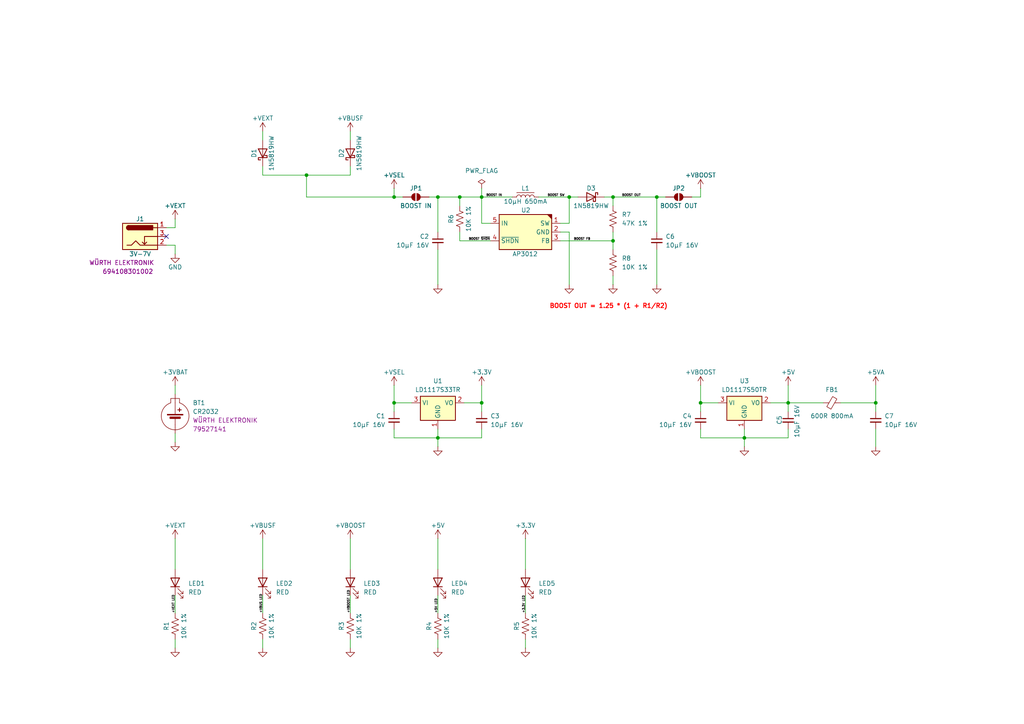
<source format=kicad_sch>
(kicad_sch (version 20231120) (generator "eeschema") (generator_version "8.0")
  (paper "A4")
  (title_block (title "EMBARCADOS - CURSO PCB") (date "2024-11-11") (rev "00") (company "Mechatronix Lab") (comment 1 "Eng. André A. M. Araújo"))
  (lib_symbols
    (symbol "EMBARCADOS - CURSO PCB:+5V" (power) (pin_numbers hide) (pin_names (offset 0) hide)
      (property "Value" "+5V" (at 0 3.556 0))
      (symbol "+5V_0_1"
        (polyline (pts (xy -0.762 1.27) (xy 0 2.54)))
        (polyline (pts (xy 0 0) (xy 0 2.54)))
        (polyline (pts (xy 0 2.54) (xy 0.762 1.27)))
      )
      (symbol "+5V_1_1"
        (pin power_in line (at 0 0 90) (length 0) (name "~") (number "1"))
      )
    )
    (symbol "EMBARCADOS - CURSO PCB:AUX JUMPER SOLDER OPEN" (pin_numbers hide) (pin_names (offset 0) hide) (exclude_from_sim yes) (in_bom no)
      (property "Reference" "JP" (at 0 2.032 0))
      (property "Value" "SolderJumper_2_Open" (at 0 -2.54 0))
      (symbol "AUX JUMPER SOLDER OPEN_0_1"
        (arc (start -0.254 1.016) (mid -1.2656 0) (end -0.254 -1.016))
        (arc (start -0.254 1.016) (mid -1.2656 0) (end -0.254 -1.016) (fill (type outline)))
        (polyline (pts (xy -0.254 1.016) (xy -0.254 -1.016)))
        (polyline (pts (xy 0.254 1.016) (xy 0.254 -1.016)))
        (arc (start 0.254 -1.016) (mid 1.2656 0) (end 0.254 1.016))
        (arc (start 0.254 -1.016) (mid 1.2656 0) (end 0.254 1.016) (fill (type outline)))
      )
      (symbol "AUX JUMPER SOLDER OPEN_1_1"
        (pin passive line (at -3.81 0 0) (length 2.54) (name "A") (number "1"))
        (pin passive line (at 3.81 0 180) (length 2.54) (name "B") (number "2"))
      )
    )
    (symbol "EMBARCADOS - CURSO PCB:BATTERY HOLDER CR2032" (pin_numbers hide) (pin_names (offset 0) hide)
      (property "Reference" "BT" (at 4.318 1.27 0))
      (property "Value" "CR2032" (at 4.318 -1.27 0))
      (symbol "BATTERY HOLDER CR2032_0_1"
        (rectangle (start -2.286 0.508) (end 2.286 0.254) (fill (type outline)))
        (rectangle (start -1.524 -0.254) (end 1.524 -0.762) (fill (type outline)))
        (arc (start -1.27 3.81) (mid 0 -4.0161) (end 1.27 3.81))
        (polyline (pts (xy 0 -0.508) (xy 0 -2.54)))
        (polyline (pts (xy 0 0.508) (xy 0 3.81)))
        (polyline (pts (xy 0.762 1.778) (xy 1.778 1.778)) (stroke (width 0.254)))
        (polyline (pts (xy 1.27 2.286) (xy 1.27 1.27)) (stroke (width 0.254)))
        (polyline (pts (xy -1.27 3.81) (xy -1.27 5.08) (xy 1.27 5.08) (xy 1.27 3.81)))
      )
      (symbol "BATTERY HOLDER CR2032_1_1"
        (pin passive line (at 0 6.35 270) (length 2.54) (name "+") (number "1"))
        (pin passive line (at 0 -5.08 90) (length 2.54) (name "-") (number "2"))
      )
    )
    (symbol "EMBARCADOS - CURSO PCB:CAP 0805 10uF 16V AVX KGM21AR71C106K" (pin_numbers hide) (pin_names (offset 0.254) hide)
      (property "Reference" "C" (at 0.254 1.778 0))
      (property "Value" "10µF 16V" (at 0.254 -2.032 0))
      (symbol "CAP 0805 10uF 16V AVX KGM21AR71C106K_0_1"
        (polyline (pts (xy -1.524 -0.508) (xy 1.524 -0.508)) (stroke (width 0.3302)))
        (polyline (pts (xy -1.524 0.508) (xy 1.524 0.508)) (stroke (width 0.3048)))
      )
      (symbol "CAP 0805 10uF 16V AVX KGM21AR71C106K_1_1"
        (pin passive line (at 0 2.54 270) (length 2.032) (name "~") (number "1"))
        (pin passive line (at 0 -2.54 90) (length 2.032) (name "~") (number "2"))
      )
    )
    (symbol "EMBARCADOS - CURSO PCB:CONN DC BARREL JACK WÜRTH ELEKTRONIK 694108301002" (pin_names hide)
      (property "Reference" "J" (at 0 5.334 0))
      (property "Value" "DC BARREL JACK" (at 0 -5.08 0))
      (symbol "CONN DC BARREL JACK WÜRTH ELEKTRONIK 694108301002_0_1"
        (rectangle (start -5.08 3.81) (end 5.08 -3.81) (stroke (width 0.254)) (fill (type background)))
        (arc (start -3.302 3.175) (mid -3.9343 2.54) (end -3.302 1.905) (stroke (width 0.254)))
        (arc (start -3.302 3.175) (mid -3.9343 2.54) (end -3.302 1.905) (stroke (width 0.254)) (fill (type outline)))
        (polyline (pts (xy 1.27 -2.286) (xy 1.905 -1.651)) (stroke (width 0.254)))
        (polyline (pts (xy 5.08 2.54) (xy 3.81 2.54)) (stroke (width 0.254)))
        (polyline (pts (xy 5.08 0) (xy 1.27 0) (xy 1.27 -2.286) (xy 0.635 -1.651)) (stroke (width 0.254)))
        (polyline (pts (xy -3.81 -2.54) (xy -2.54 -2.54) (xy -1.27 -1.27) (xy 0 -2.54) (xy 2.54 -2.54) (xy 5.08 -2.54)) (stroke (width 0.254)))
        (rectangle (start 3.683 3.175) (end -3.302 1.905) (stroke (width 0.254)) (fill (type outline)))
      )
      (symbol "CONN DC BARREL JACK WÜRTH ELEKTRONIK 694108301002_1_1"
        (pin passive line (at 7.62 2.54 180) (length 2.54) (name "~") (number "1"))
        (pin passive line (at 7.62 -2.54 180) (length 2.54) (name "~") (number "2"))
        (pin passive line (at 7.62 0 180) (length 2.54) (name "~") (number "3"))
      )
    )
    (symbol "EMBARCADOS - CURSO PCB:DIODE SCHOTTKY 1N5819WS SOD-123 DIODES INC" (pin_numbers hide) (pin_names (offset 1.016) hide)
      (property "Reference" "D" (at 0 2.54 0))
      (property "Value" "1N5819HW" (at 0 -2.54 0))
      (symbol "DIODE SCHOTTKY 1N5819WS SOD-123 DIODES INC_0_1"
        (polyline (pts (xy 1.27 0) (xy -1.27 0)))
        (polyline (pts (xy 1.27 1.27) (xy 1.27 -1.27) (xy -1.27 0) (xy 1.27 1.27)) (stroke (width 0.254)))
        (polyline (pts (xy -1.905 0.635) (xy -1.905 1.27) (xy -1.27 1.27) (xy -1.27 -1.27) (xy -0.635 -1.27) (xy -0.635 -0.635)) (stroke (width 0.254)))
      )
      (symbol "DIODE SCHOTTKY 1N5819WS SOD-123 DIODES INC_1_1"
        (pin passive line (at -3.81 0 0) (length 2.54) (name "K") (number "1"))
        (pin passive line (at 3.81 0 180) (length 2.54) (name "A") (number "2"))
      )
    )
    (symbol "EMBARCADOS - CURSO PCB:FB 0603 600R 800mA WÜRTH ELEKTRONIK  742792651" (pin_numbers hide) (pin_names (offset 0))
      (property "Reference" "FB" (at 1.905 1.27 0))
      (property "Value" "600R 800mA" (at 1.905 -1.27 0))
      (symbol "FB 0603 600R 800mA WÜRTH ELEKTRONIK  742792651_0_1"
        (polyline (pts (xy 0 -1.27) (xy 0 -0.7874)))
        (polyline (pts (xy 0 0.889) (xy 0 1.2954)))
        (polyline (pts (xy -1.8288 0.2794) (xy -1.1176 1.4986) (xy 1.8288 -0.2032) (xy 1.1176 -1.4224) (xy -1.8288 0.2794)))
      )
      (symbol "FB 0603 600R 800mA WÜRTH ELEKTRONIK  742792651_1_1"
        (pin passive line (at 0 2.54 270) (length 1.27) (name "~") (number "1"))
        (pin passive line (at 0 -2.54 90) (length 1.27) (name "~") (number "2"))
      )
    )
    (symbol "EMBARCADOS - CURSO PCB:IC DC-DC BOOST AP3012 DIODES"
      (property "Reference" "U" (at 0 6.35 0))
      (property "Value" "AP3012" (at 0 -6.35 0))
      (symbol "IC DC-DC BOOST AP3012 DIODES_0_1"
        (rectangle (start -7.62 5.08) (end 7.62 -5.08) (stroke (width 0.254)) (fill (type background)))
      )
      (symbol "IC DC-DC BOOST AP3012 DIODES_1_1"
        (polyline (pts (xy -7.62 5.08) (xy -6.35 5.08) (xy -7.62 3.81)) (fill (type outline)))
        (pin passive line (at -10.16 2.54 0) (length 2.54) (name "SW") (number "1"))
        (pin power_in line (at -10.16 0 0) (length 2.54) (name "GND") (number "2"))
        (pin input line (at -10.16 -2.54 0) (length 2.54) (name "FB") (number "3"))
        (pin input line (at 10.16 -2.54 180) (length 2.54) (name "~{SHDN}") (number "4"))
        (pin power_in line (at 10.16 2.54 180) (length 2.54) (name "IN") (number "5"))
      )
    )
    (symbol "EMBARCADOS - CURSO PCB:IC DC-DC LDO LD1117S33TR SOT223"
      (property "Reference" "U" (at -3.81 3.175 0))
      (property "Value" "LD1117S33TR" (at 0 3.175 0))
      (symbol "IC DC-DC LDO LD1117S33TR SOT223_0_1"
        (rectangle (start -5.08 -5.08) (end 5.08 1.905) (stroke (width 0.254)) (fill (type background)))
      )
      (symbol "IC DC-DC LDO LD1117S33TR SOT223_1_1"
        (pin power_in line (at 0 -7.62 90) (length 2.54) (name "GND") (number "1"))
        (pin power_out line (at 7.62 0 180) (length 2.54) (name "VO") (number "2"))
        (pin power_in line (at -7.62 0 0) (length 2.54) (name "VI") (number "3"))
      )
    )
    (symbol "EMBARCADOS - CURSO PCB:IC DC-DC LDO LD1117S50TR SOT223"
      (property "Reference" "U" (at -3.81 3.175 0))
      (property "Value" "LD1117S50TR" (at 0 3.175 0))
      (symbol "IC DC-DC LDO LD1117S50TR SOT223_0_1"
        (rectangle (start -5.08 -5.08) (end 5.08 1.905) (stroke (width 0.254)) (fill (type background)))
      )
      (symbol "IC DC-DC LDO LD1117S50TR SOT223_1_1"
        (pin power_in line (at 0 -7.62 90) (length 2.54) (name "GND") (number "1"))
        (pin power_out line (at 7.62 0 180) (length 2.54) (name "VO") (number "2"))
        (pin power_in line (at -7.62 0 0) (length 2.54) (name "VI") (number "3"))
      )
    )
    (symbol "EMBARCADOS - CURSO PCB:IND 2.5x2.0 10µH 650mA WÜRTH ELEKTRONIK 74404024100 " (pin_numbers hide) (pin_names (offset 1.016) hide)
      (property "Reference" "L" (at -1.27 0 90))
      (property "Value" "10µH 650mA" (at 2.794 0 90))
      (symbol "IND 2.5x2.0 10µH 650mA WÜRTH ELEKTRONIK 74404024100 _0_1"
        (arc (start 0 -2.54) (mid 0.6323 -1.905) (end 0 -1.27))
        (arc (start 0 -1.27) (mid 0.6323 -0.635) (end 0 0))
        (polyline (pts (xy 1.27 2.54) (xy 1.27 -2.54)))
        (arc (start 0 0) (mid 0.6323 0.635) (end 0 1.27))
        (arc (start 0 1.27) (mid 0.6323 1.905) (end 0 2.54))
      )
      (symbol "IND 2.5x2.0 10µH 650mA WÜRTH ELEKTRONIK 74404024100 _1_1"
        (pin passive line (at 0 3.81 270) (length 1.27) (name "1") (number "1"))
        (pin passive line (at 0 -3.81 90) (length 1.27) (name "2") (number "2"))
      )
    )
    (symbol "EMBARCADOS - CURSO PCB:LED 0603 RED WÜRTH ELEKTRONIK 150060SS55040 " (pin_numbers hide) (pin_names (offset 1.016) hide)
      (property "Reference" "LED" (at 0 2.54 0))
      (property "Value" "RED" (at 0 -2.54 0))
      (symbol "LED 0603 RED WÜRTH ELEKTRONIK 150060SS55040 _0_1"
        (polyline (pts (xy -1.27 -1.27) (xy -1.27 1.27)) (stroke (width 0.254)))
        (polyline (pts (xy -1.27 0) (xy 1.27 0)))
        (polyline (pts (xy 1.27 -1.27) (xy 1.27 1.27) (xy -1.27 0) (xy 1.27 -1.27)) (stroke (width 0.254)))
        (polyline (pts (xy -3.048 -0.762) (xy -4.572 -2.286) (xy -3.81 -2.286) (xy -4.572 -2.286) (xy -4.572 -1.524)))
        (polyline (pts (xy -1.778 -0.762) (xy -3.302 -2.286) (xy -2.54 -2.286) (xy -3.302 -2.286) (xy -3.302 -1.524)))
      )
      (symbol "LED 0603 RED WÜRTH ELEKTRONIK 150060SS55040 _1_1"
        (pin passive line (at -3.81 0 0) (length 2.54) (name "K") (number "1"))
        (pin passive line (at 3.81 0 180) (length 2.54) (name "A") (number "2"))
      )
    )
    (symbol "EMBARCADOS - CURSO PCB:POWER GND" (power) (pin_numbers hide) (pin_names (offset 0) hide)
      (property "Value" "POWER GND" (at 0 -3.81 0))
      (symbol "POWER GND_0_1"
        (polyline (pts (xy 0 0) (xy 0 -1.27) (xy 1.27 -1.27) (xy 0 -2.54) (xy -1.27 -1.27) (xy 0 -1.27)))
      )
      (symbol "POWER GND_1_1"
        (pin power_in line (at 0 0 270) (length 0) (name "~") (number "1"))
      )
    )
    (symbol "EMBARCADOS - CURSO PCB:RES 0603 10K 1% VISHAY CRCW060310K0FK " (pin_numbers hide) (pin_names (offset 0))
      (property "Reference" "R" (at 2.54 0 90))
      (property "Value" "10K 1%" (at -2.54 0 90))
      (symbol "RES 0603 10K 1% VISHAY CRCW060310K0FK _0_1"
        (polyline (pts (xy 0 -2.286) (xy 0 -2.54)))
        (polyline (pts (xy 0 2.286) (xy 0 2.54)))
        (polyline (pts (xy 0 -0.762) (xy 1.016 -1.143) (xy 0 -1.524) (xy -1.016 -1.905) (xy 0 -2.286)))
        (polyline (pts (xy 0 0.762) (xy 1.016 0.381) (xy 0 0) (xy -1.016 -0.381) (xy 0 -0.762)))
        (polyline (pts (xy 0 2.286) (xy 1.016 1.905) (xy 0 1.524) (xy -1.016 1.143) (xy 0 0.762)))
      )
      (symbol "RES 0603 10K 1% VISHAY CRCW060310K0FK _1_1"
        (pin passive line (at 0 3.81 270) (length 1.27) (name "~") (number "1"))
        (pin passive line (at 0 -3.81 90) (length 1.27) (name "~") (number "2"))
      )
    )
    (symbol "EMBARCADOS - CURSO PCB:RES 0603 47K 1% VISHAY CRCW060347K0FK" (pin_numbers hide) (pin_names (offset 0))
      (property "Reference" "R" (at 2.54 0 90))
      (property "Value" "47K 1%" (at -2.54 0 90))
      (symbol "RES 0603 47K 1% VISHAY CRCW060347K0FK_0_1"
        (polyline (pts (xy 0 -2.286) (xy 0 -2.54)))
        (polyline (pts (xy 0 2.286) (xy 0 2.54)))
        (polyline (pts (xy 0 -0.762) (xy 1.016 -1.143) (xy 0 -1.524) (xy -1.016 -1.905) (xy 0 -2.286)))
        (polyline (pts (xy 0 0.762) (xy 1.016 0.381) (xy 0 0) (xy -1.016 -0.381) (xy 0 -0.762)))
        (polyline (pts (xy 0 2.286) (xy 1.016 1.905) (xy 0 1.524) (xy -1.016 1.143) (xy 0 0.762)))
      )
      (symbol "RES 0603 47K 1% VISHAY CRCW060347K0FK_1_1"
        (pin passive line (at 0 3.81 270) (length 1.27) (name "~") (number "1"))
        (pin passive line (at 0 -3.81 90) (length 1.27) (name "~") (number "2"))
      )
    )
    (symbol "power:PWR_FLAG" (power) (pin_numbers hide) (pin_names (offset 0) hide)
      (property "Value" "PWR_FLAG" (at 0 3.81 0))
      (symbol "PWR_FLAG_0_0"
        (pin power_out line (at 0 0 90) (length 0) (name "~") (number "1"))
      )
      (symbol "PWR_FLAG_0_1"
        (polyline (pts (xy 0 0) (xy 0 1.27) (xy -1.016 1.905) (xy 0 2.54) (xy 1.016 1.905) (xy 0 1.27)))
      )
    )
  )
  (junction (at 228.6 116.84))
  (junction (at 127 57.15))
  (junction (at 127 127))
  (junction (at 190.5 57.15))
  (junction (at 88.9 50.8))
  (junction (at 114.3 116.84))
  (junction (at 177.8 69.85))
  (junction (at 215.9 127))
  (junction (at 203.2 116.84))
  (junction (at 165.1 57.15))
  (junction (at 139.7 57.15))
  (junction (at 254 116.84))
  (junction (at 114.3 57.15))
  (junction (at 133.35 57.15))
  (junction (at 177.8 57.15))
  (junction (at 139.7 116.84))
  (no_connect (at 48.26 68.58))
  (wire (pts (xy 215.9 127) (xy 228.6 127)))
  (wire (pts (xy 139.7 57.15) (xy 139.7 64.77)))
  (wire (pts (xy 133.35 67.31) (xy 133.35 69.85)))
  (wire (pts (xy 127 185.42) (xy 127 187.96)))
  (wire (pts (xy 208.28 116.84) (xy 203.2 116.84)))
  (wire (pts (xy 152.4 156.21) (xy 152.4 165.1)))
  (wire (pts (xy 139.7 54.61) (xy 139.7 57.15)))
  (wire (pts (xy 127 124.46) (xy 127 127)))
  (wire (pts (xy 177.8 80.01) (xy 177.8 82.55)))
  (wire (pts (xy 124.46 57.15) (xy 127 57.15)))
  (wire (pts (xy 50.8 63.5) (xy 50.8 66.04)))
  (wire (pts (xy 88.9 57.15) (xy 88.9 50.8)))
  (wire (pts (xy 254 124.46) (xy 254 129.54)))
  (wire (pts (xy 114.3 116.84) (xy 119.38 116.84)))
  (wire (pts (xy 88.9 57.15) (xy 114.3 57.15)))
  (wire (pts (xy 139.7 57.15) (xy 148.59 57.15)))
  (wire (pts (xy 127 57.15) (xy 133.35 57.15)))
  (wire (pts (xy 76.2 172.72) (xy 76.2 177.8)))
  (wire (pts (xy 162.56 69.85) (xy 177.8 69.85)))
  (wire (pts (xy 177.8 57.15) (xy 177.8 59.69)))
  (wire (pts (xy 228.6 111.76) (xy 228.6 116.84)))
  (wire (pts (xy 127 57.15) (xy 127 67.31)))
  (wire (pts (xy 215.9 127) (xy 215.9 129.54)))
  (wire (pts (xy 215.9 124.46) (xy 215.9 127)))
  (wire (pts (xy 134.62 116.84) (xy 139.7 116.84)))
  (wire (pts (xy 175.26 57.15) (xy 177.8 57.15)))
  (wire (pts (xy 48.26 71.12) (xy 50.8 71.12)))
  (wire (pts (xy 50.8 111.76) (xy 50.8 114.3)))
  (wire (pts (xy 190.5 72.39) (xy 190.5 82.55)))
  (wire (pts (xy 114.3 54.61) (xy 114.3 57.15)))
  (wire (pts (xy 152.4 185.42) (xy 152.4 187.96)))
  (wire (pts (xy 50.8 125.73) (xy 50.8 128.27)))
  (wire (pts (xy 203.2 116.84) (xy 203.2 119.38)))
  (wire (pts (xy 254 111.76) (xy 254 116.84)))
  (wire (pts (xy 228.6 124.46) (xy 228.6 127)))
  (wire (pts (xy 177.8 69.85) (xy 177.8 72.39)))
  (wire (pts (xy 127 156.21) (xy 127 165.1)))
  (wire (pts (xy 101.6 50.8) (xy 101.6 48.26)))
  (wire (pts (xy 114.3 127) (xy 127 127)))
  (wire (pts (xy 133.35 69.85) (xy 142.24 69.85)))
  (wire (pts (xy 50.8 71.12) (xy 50.8 73.66)))
  (wire (pts (xy 165.1 57.15) (xy 167.64 57.15)))
  (wire (pts (xy 127 72.39) (xy 127 82.55)))
  (wire (pts (xy 223.52 116.84) (xy 228.6 116.84)))
  (wire (pts (xy 114.3 116.84) (xy 114.3 119.38)))
  (wire (pts (xy 243.84 116.84) (xy 254 116.84)))
  (wire (pts (xy 101.6 38.1) (xy 101.6 40.64)))
  (wire (pts (xy 50.8 172.72) (xy 50.8 177.8)))
  (wire (pts (xy 114.3 111.76) (xy 114.3 116.84)))
  (wire (pts (xy 190.5 57.15) (xy 193.04 57.15)))
  (wire (pts (xy 101.6 172.72) (xy 101.6 177.8)))
  (wire (pts (xy 165.1 82.55) (xy 165.1 67.31)))
  (wire (pts (xy 203.2 57.15) (xy 200.66 57.15)))
  (wire (pts (xy 177.8 67.31) (xy 177.8 69.85)))
  (wire (pts (xy 50.8 185.42) (xy 50.8 187.96)))
  (wire (pts (xy 133.35 57.15) (xy 133.35 59.69)))
  (wire (pts (xy 133.35 57.15) (xy 139.7 57.15)))
  (wire (pts (xy 190.5 67.31) (xy 190.5 57.15)))
  (wire (pts (xy 48.26 66.04) (xy 50.8 66.04)))
  (wire (pts (xy 139.7 116.84) (xy 139.7 119.38)))
  (wire (pts (xy 228.6 116.84) (xy 228.6 119.38)))
  (wire (pts (xy 177.8 57.15) (xy 190.5 57.15)))
  (wire (pts (xy 127 127) (xy 127 129.54)))
  (wire (pts (xy 254 116.84) (xy 254 119.38)))
  (wire (pts (xy 101.6 156.21) (xy 101.6 165.1)))
  (wire (pts (xy 76.2 185.42) (xy 76.2 187.96)))
  (wire (pts (xy 114.3 57.15) (xy 116.84 57.15)))
  (wire (pts (xy 139.7 64.77) (xy 142.24 64.77)))
  (wire (pts (xy 228.6 116.84) (xy 238.76 116.84)))
  (wire (pts (xy 139.7 111.76) (xy 139.7 116.84)))
  (wire (pts (xy 76.2 50.8) (xy 88.9 50.8)))
  (wire (pts (xy 139.7 124.46) (xy 139.7 127)))
  (wire (pts (xy 114.3 124.46) (xy 114.3 127)))
  (wire (pts (xy 203.2 111.76) (xy 203.2 116.84)))
  (wire (pts (xy 152.4 172.72) (xy 152.4 177.8)))
  (wire (pts (xy 76.2 48.26) (xy 76.2 50.8)))
  (wire (pts (xy 203.2 127) (xy 215.9 127)))
  (wire (pts (xy 101.6 185.42) (xy 101.6 187.96)))
  (wire (pts (xy 88.9 50.8) (xy 101.6 50.8)))
  (wire (pts (xy 165.1 64.77) (xy 162.56 64.77)))
  (wire (pts (xy 127 172.72) (xy 127 177.8)))
  (wire (pts (xy 165.1 57.15) (xy 165.1 64.77)))
  (wire (pts (xy 156.21 57.15) (xy 165.1 57.15)))
  (wire (pts (xy 127 127) (xy 139.7 127)))
  (wire (pts (xy 76.2 40.64) (xy 76.2 38.1)))
  (wire (pts (xy 165.1 67.31) (xy 162.56 67.31)))
  (wire (pts (xy 50.8 156.21) (xy 50.8 165.1)))
  (wire (pts (xy 203.2 124.46) (xy 203.2 127)))
  (wire (pts (xy 203.2 54.61) (xy 203.2 57.15)))
  (wire (pts (xy 76.2 156.21) (xy 76.2 165.1)))
  (text "BOOST OUT = 1.25 * (1 + R1/R2)" (at 176.53 88.9 0) (effects (font (size 1.27 1.27) (thickness 0.254) (bold yes))))
  (label "BOOST IN" (at 140.97 57.15 0) (effects (font (size 0.635 0.635) (thickness 0.254) (bold yes))))
  (label "BOOST ~{SHDN}" (at 135.89 69.85 0) (effects (font (size 0.635 0.635) (thickness 0.254) (bold yes))))
  (label "+VEXT LED" (at 50.8 177.8 90) (effects (font (size 0.635 0.635))))
  (label "+5V LED" (at 127 177.8 90) (effects (font (size 0.635 0.635))))
  (label "+VBOOST LED" (at 101.6 177.8 90) (effects (font (size 0.635 0.635))))
  (label "BOOST SW" (at 158.75 57.15 0) (effects (font (size 0.635 0.635) (thickness 0.254) (bold yes))))
  (label "BOOST FB" (at 166.37 69.85 0) (effects (font (size 0.635 0.635) (thickness 0.254) (bold yes))))
  (label "+3.3V LED" (at 152.4 177.8 90) (effects (font (size 0.635 0.635))))
  (label "+VBUS LED" (at 76.2 177.8 90) (effects (font (size 0.635 0.635))))
  (label "BOOST OUT" (at 180.34 57.15 0) (effects (font (size 0.635 0.635) (thickness 0.254) (bold yes))))
  (symbol (lib_id "EMBARCADOS - CURSO PCB:POWER GND") (at 165.1 82.55 0) (unit 1)
    (property "Reference" "#PWR021" (effects (hide yes)))
    (property "Value" "GND" (effects (hide yes)))
    (property "Description" "Power symbol creates a global label with name \"GND\" , ground" (effects (hide yes)))
  )
  (symbol (lib_id "EMBARCADOS - CURSO PCB:RES 0603 10K 1% VISHAY CRCW060310K0FK ") (at 152.4 181.61 180) (unit 1)
    (property "Reference" "R5" (at 149.86 181.61 90))
    (property "Value" "10K 1%" (at 154.94 181.61 90))
    (property "Footprint" "EMBARCADOS - CURSO PCB:R_0603_1608Metric" (effects (hide yes)))
    (property "Datasheet" "https://www.we-online.com/components/products/datasheet/61300411821.pdf" (effects (hide yes)))
    (property "Description" "RES 0603 10K 1% VISHAY" (effects (hide yes)))
    (property "MPN" "CRCW060310K0FK " (effects (hide yes)))
    (property "Manufacturer" "VISHAY " (effects (hide yes)))
    (property "3D Model" "KiCad" (effects (hide yes)))
    (property "Notes" "-" (effects (hide yes)))
    (property "LCSC Part # " "C25804 " (effects (hide yes)))
    (property "LCSC MPN " "0603WAF1002T5E " (effects (hide yes)))
    (property "LCSC MANUFACTURER " "UNI-ROYAL " (effects (hide yes)))
  )
  (symbol (lib_id "EMBARCADOS - CURSO PCB:LED 0603 RED WÜRTH ELEKTRONIK 150060SS55040 ") (at 76.2 168.91 90) (unit 1)
    (property "Reference" "LED2" (at 80.01 169.2274 90) (effects (justify right)))
    (property "Value" "RED" (at 80.01 171.7674 90) (effects (justify right)))
    (property "Footprint" "EMBARCADOS - CURSO PCB:LED_0603_1608Metric" (effects (hide yes)))
    (property "Datasheet" "https://www.we-online.com/components/products/datasheet/150060SS55040.pdf" (effects (hide yes)))
    (property "Description" "Light emitting diode" (effects (hide yes)))
    (property "MPN" "150060SS55040 " (effects (hide yes)))
    (property "Manufacturer" "WÜRTH ELEKTRONIK " (effects (hide yes)))
    (property "3D Model" "KiCad" (effects (hide yes)))
    (property "Notes" "-" (effects (hide yes)))
    (property "LCSC Part # " "C128052 " (effects (hide yes)))
    (property "LCSC MPN " "19-213/R6C-AM2P1VY/3T " (effects (hide yes)))
    (property "LCSC MANUFACTURER " "EVERLIGHT " (effects (hide yes)))
  )
  (symbol (lib_id "EMBARCADOS - CURSO PCB:CAP 0805 10uF 16V AVX KGM21AR71C106K") (at 114.3 121.92 0) (mirror y) (unit 1)
    (property "Reference" "C1" (at 111.76 120.6562 0) (effects (justify left)))
    (property "Value" "10µF 16V" (at 111.76 123.1962 0) (effects (justify left)))
    (property "Footprint" "EMBARCADOS - CURSO PCB:C_0805_2012Metric" (effects (hide yes)))
    (property "Datasheet" "https://datasheets.kyocera-avx.com/KGM_X7R.pdf" (effects (hide yes)))
    (property "Description" "CAP 0805 10uF 16V AVX" (effects (hide yes)))
    (property "MPN" "KGM21AR71C106K " (effects (hide yes)))
    (property "Manufacturer" "KYOCERA/AVX " (effects (hide yes)))
    (property "3D Model" "KiCad" (effects (hide yes)))
    (property "Notes" "-" (effects (hide yes)))
    (property "LCSC Part #" "C15850 " (effects (hide yes)))
    (property "LCSC MPN " "CL21A106KAYNNNE " (effects (hide yes)))
    (property "LCSC MANUFACTURER " "SAMSUNG " (effects (hide yes)))
  )
  (symbol (lib_id "EMBARCADOS - CURSO PCB:DIODE SCHOTTKY 1N5819WS SOD-123 DIODES INC") (at 76.2 44.45 90) (unit 1)
    (property "Reference" "D1" (at 73.66 44.45 0))
    (property "Value" "1N5819HW" (at 78.74 44.45 0))
    (property "Footprint" "EMBARCADOS - CURSO PCB:D_SOD-123" (effects (hide yes)))
    (property "Datasheet" "https://www.diodes.com/datasheet/download/1N5819HW.pdf" (effects (hide yes)))
    (property "Description" "40V 600mV@1A 1A SOD-323 Schottky Barrier Diodes, SOD-323" (effects (hide yes)))
    (property "MPN" "1N5819HW-7-F " (effects (hide yes)))
    (property "Manufactrer" "DIODES INCORPORATED " (effects (hide yes)))
    (property "3D Model" "KiCad" (effects (hide yes)))
    (property "Notes" "-" (effects (hide yes)))
    (property "LCSC Part # " "C82544 " (effects (hide yes)))
    (property "LCSC MPN " "1N5819HW-7-F " (effects (hide yes)))
    (property "LCSC MANUFACTURER " "DIODES INCORPORATED " (effects (hide yes)))
  )
  (symbol (lib_id "EMBARCADOS - CURSO PCB:POWER GND") (at 177.8 82.55 0) (unit 1)
    (property "Reference" "#PWR024" (effects (hide yes)))
    (property "Value" "GND" (effects (hide yes)))
    (property "Description" "Power symbol creates a global label with name \"GND\" , ground" (effects (hide yes)))
  )
  (symbol (lib_id "EMBARCADOS - CURSO PCB:POWER GND") (at 152.4 187.96 0) (unit 1)
    (property "Reference" "#PWR014" (effects (hide yes)))
    (property "Value" "GND" (effects (hide yes)))
    (property "Description" "Power symbol creates a global label with name \"GND\" , ground" (effects (hide yes)))
  )
  (symbol (lib_id "EMBARCADOS - CURSO PCB:RES 0603 10K 1% VISHAY CRCW060310K0FK ") (at 101.6 181.61 180) (unit 1)
    (property "Reference" "R3" (at 99.06 181.61 90))
    (property "Value" "10K 1%" (at 104.14 181.61 90))
    (property "Footprint" "EMBARCADOS - CURSO PCB:R_0603_1608Metric" (effects (hide yes)))
    (property "Datasheet" "https://www.we-online.com/components/products/datasheet/61300411821.pdf" (effects (hide yes)))
    (property "Description" "RES 0603 10K 1% VISHAY" (effects (hide yes)))
    (property "MPN" "CRCW060310K0FK " (effects (hide yes)))
    (property "Manufacturer" "VISHAY " (effects (hide yes)))
    (property "3D Model" "KiCad" (effects (hide yes)))
    (property "Notes" "-" (effects (hide yes)))
    (property "LCSC Part # " "C25804 " (effects (hide yes)))
    (property "LCSC MPN " "0603WAF1002T5E " (effects (hide yes)))
    (property "LCSC MANUFACTURER " "UNI-ROYAL " (effects (hide yes)))
  )
  (symbol (lib_id "EMBARCADOS - CURSO PCB:+5V") (at 139.7 111.76 0) (unit 1)
    (property "Reference" "#PWR019" (effects (hide yes)))
    (property "Value" "+3.3V" (at 139.7 107.95 0))
    (property "Description" "Power symbol creates a global label with name \"+5V\"" (effects (hide yes)))
  )
  (symbol (lib_id "EMBARCADOS - CURSO PCB:BATTERY HOLDER CR2032") (at 50.8 120.65 0) (unit 1)
    (property "Reference" "BT1" (at 55.88 116.84 0) (effects (justify left)))
    (property "Value" "CR2032" (at 55.88 119.38 0) (effects (justify left)))
    (property "Footprint" "EMBARCADOS - CURSO PCB:BatteryHolder_Keystone_1060_1x2032" (effects (hide yes)))
    (property "Datasheet" "https://www.we-online.com/components/products/datasheet/79527141.pdf" (effects (hide yes)))
    (property "Description" "Single-cell battery" (effects (hide yes)))
    (property "MPN" "79527141" (at 55.88 124.46 0) (effects (justify left)))
    (property "Manufacturer" "WÜRTH ELEKTRONIK " (at 55.88 121.92 0) (effects (justify left)))
    (property "3D Model" "https://www.we-online.com/components/products/download/79527141%20%28rev1%29.igs" (effects (hide yes)))
    (property "Notes" "-" (effects (hide yes)))
    (property "LCSC Part # " "-" (effects (hide yes)))
    (property "LCSC MPN " "-" (effects (hide yes)))
    (property "LCSC MANUFACTURER " "-" (effects (hide yes)))
  )
  (symbol (lib_id "EMBARCADOS - CURSO PCB:+5V") (at 114.3 111.76 0) (unit 1)
    (property "Reference" "#PWR015" (effects (hide yes)))
    (property "Value" "+VSEL" (at 114.3 107.95 0))
    (property "Description" "Power symbol creates a global label with name \"+5V\"" (effects (hide yes)))
  )
  (symbol (lib_id "EMBARCADOS - CURSO PCB:CAP 0805 10uF 16V AVX KGM21AR71C106K") (at 254 121.92 0) (unit 1)
    (property "Reference" "C7" (at 256.54 120.6562 0) (effects (justify left)))
    (property "Value" "10µF 16V" (at 256.54 123.1962 0) (effects (justify left)))
    (property "Footprint" "EMBARCADOS - CURSO PCB:C_0805_2012Metric" (effects (hide yes)))
    (property "Datasheet" "https://datasheets.kyocera-avx.com/KGM_X7R.pdf" (effects (hide yes)))
    (property "Description" "CAP 0805 10uF 16V AVX" (effects (hide yes)))
    (property "MPN" "KGM21AR71C106K " (effects (hide yes)))
    (property "Manufacturer" "KYOCERA/AVX " (effects (hide yes)))
    (property "3D Model" "KiCad" (effects (hide yes)))
    (property "Notes" "-" (effects (hide yes)))
    (property "LCSC Part #" "C15850 " (effects (hide yes)))
    (property "LCSC MPN " "CL21A106KAYNNNE " (effects (hide yes)))
    (property "LCSC MANUFACTURER " "SAMSUNG " (effects (hide yes)))
  )
  (symbol (lib_id "EMBARCADOS - CURSO PCB:CONN DC BARREL JACK WÜRTH ELEKTRONIK 694108301002") (at 40.64 68.58 0) (unit 1)
    (property "Reference" "J1" (at 40.64 63.5 0))
    (property "Value" "3V-7V" (at 40.64 73.66 0))
    (property "Footprint" "EMBARCADOS - CURSO PCB:BarrelJack_GCT_DCJ200-10-A_Horizontal" (effects (hide yes)))
    (property "Datasheet" "https://www.we-online.com/components/products/datasheet/694108301002.pdf" (effects (hide yes)))
    (property "Description" "DC Barrel Jack with an internal switch" (effects (hide yes)))
    (property "MPN" "694108301002" (at 44.45 78.74 0) (effects (justify right)))
    (property "Manufacturer" "WÜRTH ELEKTRONIK " (at 45.72 76.2 0) (effects (justify right)))
    (property "3D Model" "https://www.we-online.com/components/products/download/Download_IGES_694108301002%20%28rev1%29.iges" (effects (hide yes)))
    (property "Notes" "THRU HOLE" (effects (hide yes)))
    (property "LCSC Part # " "-" (effects (hide yes)))
    (property "LCSC MPN " "-" (effects (hide yes)))
    (property "LCSC MANUFACTURER " "-" (effects (hide yes)))
  )
  (symbol (lib_id "EMBARCADOS - CURSO PCB:IC DC-DC LDO LD1117S33TR SOT223") (at 127 116.84 0) (unit 1)
    (property "Reference" "U1" (at 127 110.49 0))
    (property "Value" "LD1117S33TR" (at 127 113.03 0))
    (property "Footprint" "EMBARCADOS - CURSO PCB:SOT-223-3_TabPin2" (effects (hide yes)))
    (property "Datasheet" "https://www.st.com/resource/en/datasheet/ld1117.pdf" (effects (hide yes)))
    (property "Description" "800mA Fixed Low Drop Positive Voltage Regulator, Fixed Output 3.3V, SOT-223" (effects (hide yes)))
    (property "MPN" "LD1117S33TR " (effects (hide yes)))
    (property "Manufacturer" "STMICROELECTRONICS " (effects (hide yes)))
    (property "3D Model" "KiCad" (effects (hide yes)))
    (property "Notes" "-" (effects (hide yes)))
    (property "LCSC Part # " "C6186 " (effects (hide yes)))
    (property "LCSC MPN " "AMS1117-3.3 " (effects (hide yes)))
    (property "LCSC MANUFACTURER " "ADVANCED MONOLITHIC SYSTEMS " (effects (hide yes)))
  )
  (symbol (lib_id "EMBARCADOS - CURSO PCB:LED 0603 RED WÜRTH ELEKTRONIK 150060SS55040 ") (at 101.6 168.91 90) (unit 1)
    (property "Reference" "LED3" (at 105.41 169.2274 90) (effects (justify right)))
    (property "Value" "RED" (at 105.41 171.7674 90) (effects (justify right)))
    (property "Footprint" "EMBARCADOS - CURSO PCB:LED_0603_1608Metric" (effects (hide yes)))
    (property "Datasheet" "https://www.we-online.com/components/products/datasheet/150060SS55040.pdf" (effects (hide yes)))
    (property "Description" "Light emitting diode" (effects (hide yes)))
    (property "MPN" "150060SS55040 " (effects (hide yes)))
    (property "Manufacturer" "WÜRTH ELEKTRONIK " (effects (hide yes)))
    (property "3D Model" "KiCad" (effects (hide yes)))
    (property "Notes" "-" (effects (hide yes)))
    (property "LCSC Part # " "C128052 " (effects (hide yes)))
    (property "LCSC MPN " "19-213/R6C-AM2P1VY/3T " (effects (hide yes)))
    (property "LCSC MANUFACTURER " "EVERLIGHT " (effects (hide yes)))
  )
  (symbol (lib_id "EMBARCADOS - CURSO PCB:+5V") (at 114.3 54.61 0) (unit 1)
    (property "Reference" "#PWR016" (effects (hide yes)))
    (property "Value" "+VSEL" (at 114.3 50.8 0))
    (property "Description" "Power symbol creates a global label with name \"+5V\"" (effects (hide yes)))
  )
  (symbol (lib_id "EMBARCADOS - CURSO PCB:POWER GND") (at 76.2 187.96 0) (unit 1)
    (property "Reference" "#PWR08" (effects (hide yes)))
    (property "Value" "GND" (effects (hide yes)))
    (property "Description" "Power symbol creates a global label with name \"GND\" , ground" (effects (hide yes)))
  )
  (symbol (lib_id "EMBARCADOS - CURSO PCB:+5V") (at 50.8 63.5 0) (unit 1)
    (property "Reference" "#PWR01" (effects (hide yes)))
    (property "Value" "+VEXT" (at 50.8 59.69 0))
    (property "Description" "Power symbol creates a global label with name \"+5V\"" (effects (hide yes)))
  )
  (symbol (lib_id "EMBARCADOS - CURSO PCB:POWER GND") (at 190.5 82.55 0) (unit 1)
    (property "Reference" "#PWR025" (effects (hide yes)))
    (property "Value" "GND" (effects (hide yes)))
    (property "Description" "Power symbol creates a global label with name \"GND\" , ground" (effects (hide yes)))
  )
  (symbol (lib_id "EMBARCADOS - CURSO PCB:POWER GND") (at 127 129.54 0) (unit 1)
    (property "Reference" "#PWR017" (effects (hide yes)))
    (property "Value" "GND" (effects (hide yes)))
    (property "Description" "Power symbol creates a global label with name \"GND\" , ground" (effects (hide yes)))
  )
  (symbol (lib_id "EMBARCADOS - CURSO PCB:+5V") (at 76.2 38.1 0) (unit 1)
    (property "Reference" "#PWR07" (effects (hide yes)))
    (property "Value" "+VEXT" (at 76.2 34.29 0))
    (property "Description" "Power symbol creates a global label with name \"+5V\"" (effects (hide yes)))
  )
  (symbol (lib_id "EMBARCADOS - CURSO PCB:+5V") (at 50.8 156.21 0) (unit 1)
    (property "Reference" "#PWR05" (effects (hide yes)))
    (property "Value" "+VEXT" (at 50.8 152.4 0))
    (property "Description" "Power symbol creates a global label with name \"+5V\"" (effects (hide yes)))
  )
  (symbol (lib_id "EMBARCADOS - CURSO PCB:AUX JUMPER SOLDER OPEN") (at 196.85 57.15 0) (unit 1) (exclude_from_sim yes) (in_bom no)
    (property "Reference" "JP2" (at 196.85 54.61 0))
    (property "Value" "BOOST OUT" (at 196.85 59.69 0))
    (property "Footprint" "EMBARCADOS - CURSO PCB:SolderJumper-2_P1.3mm_Open_RoundedPad1.0x1.5mm" (effects (hide yes)))
    (property "Description" "Solder Jumper, 2-pole, open" (effects (hide yes)))
  )
  (symbol (lib_id "EMBARCADOS - CURSO PCB:CAP 0805 10uF 16V AVX KGM21AR71C106K") (at 228.6 121.92 0) (mirror y) (unit 1)
    (property "Reference" "C5" (at 226.06 123.19 90) (effects (justify left)))
    (property "Value" "10µF 16V" (at 231.14 127 90) (effects (justify left)))
    (property "Footprint" "EMBARCADOS - CURSO PCB:C_0805_2012Metric" (effects (hide yes)))
    (property "Datasheet" "https://datasheets.kyocera-avx.com/KGM_X7R.pdf" (effects (hide yes)))
    (property "Description" "CAP 0805 10uF 16V AVX" (effects (hide yes)))
    (property "MPN" "KGM21AR71C106K " (effects (hide yes)))
    (property "Manufacturer" "KYOCERA/AVX " (effects (hide yes)))
    (property "3D Model" "KiCad" (effects (hide yes)))
    (property "Notes" "-" (effects (hide yes)))
    (property "LCSC Part #" "C15850 " (effects (hide yes)))
    (property "LCSC MPN " "CL21A106KAYNNNE " (effects (hide yes)))
    (property "LCSC MANUFACTURER " "SAMSUNG " (effects (hide yes)))
  )
  (symbol (lib_id "EMBARCADOS - CURSO PCB:POWER GND") (at 50.8 128.27 0) (unit 1)
    (property "Reference" "#PWR04" (effects (hide yes)))
    (property "Value" "GND" (effects (hide yes)))
    (property "Description" "Power symbol creates a global label with name \"GND\" , ground" (effects (hide yes)))
  )
  (symbol (lib_id "EMBARCADOS - CURSO PCB:DIODE SCHOTTKY 1N5819WS SOD-123 DIODES INC") (at 101.6 44.45 90) (unit 1)
    (property "Reference" "D2" (at 99.06 44.45 0))
    (property "Value" "1N5819HW" (at 104.14 44.45 0))
    (property "Footprint" "EMBARCADOS - CURSO PCB:D_SOD-123" (effects (hide yes)))
    (property "Datasheet" "https://www.diodes.com/datasheet/download/1N5819HW.pdf" (effects (hide yes)))
    (property "Description" "40V 600mV@1A 1A SOD-323 Schottky Barrier Diodes, SOD-323" (effects (hide yes)))
    (property "MPN" "1N5819HW-7-F " (effects (hide yes)))
    (property "Manufactrer" "DIODES INCORPORATED " (effects (hide yes)))
    (property "3D Model" "KiCad" (effects (hide yes)))
    (property "Notes" "-" (effects (hide yes)))
    (property "LCSC Part # " "C82544 " (effects (hide yes)))
    (property "LCSC MPN " "1N5819HW-7-F " (effects (hide yes)))
    (property "LCSC MANUFACTURER " "DIODES INCORPORATED " (effects (hide yes)))
  )
  (symbol (lib_id "EMBARCADOS - CURSO PCB:+5V") (at 50.8 111.76 0) (unit 1)
    (property "Reference" "#PWR03" (effects (hide yes)))
    (property "Value" "+3VBAT" (at 50.8 107.95 0))
    (property "Description" "Power symbol creates a global label with name \"+5V\"" (effects (hide yes)))
  )
  (symbol (lib_id "EMBARCADOS - CURSO PCB:LED 0603 RED WÜRTH ELEKTRONIK 150060SS55040 ") (at 50.8 168.91 90) (unit 1)
    (property "Reference" "LED1" (at 54.61 169.2274 90) (effects (justify right)))
    (property "Value" "RED" (at 54.61 171.7674 90) (effects (justify right)))
    (property "Footprint" "EMBARCADOS - CURSO PCB:LED_0603_1608Metric" (effects (hide yes)))
    (property "Datasheet" "https://www.we-online.com/components/products/datasheet/150060SS55040.pdf" (effects (hide yes)))
    (property "Description" "Light emitting diode" (effects (hide yes)))
    (property "MPN" "150060SS55040 " (effects (hide yes)))
    (property "Manufacturer" "WÜRTH ELEKTRONIK " (effects (hide yes)))
    (property "3D Model" "KiCad" (effects (hide yes)))
    (property "Notes" "-" (effects (hide yes)))
    (property "LCSC Part # " "C128052 " (effects (hide yes)))
    (property "LCSC MPN " "19-213/R6C-AM2P1VY/3T " (effects (hide yes)))
    (property "LCSC MANUFACTURER " "EVERLIGHT " (effects (hide yes)))
  )
  (symbol (lib_id "EMBARCADOS - CURSO PCB:POWER GND") (at 50.8 187.96 0) (unit 1)
    (property "Reference" "#PWR06" (effects (hide yes)))
    (property "Value" "GND" (effects (hide yes)))
    (property "Description" "Power symbol creates a global label with name \"GND\" , ground" (effects (hide yes)))
  )
  (symbol (lib_id "EMBARCADOS - CURSO PCB:RES 0603 10K 1% VISHAY CRCW060310K0FK ") (at 133.35 63.5 180) (unit 1)
    (property "Reference" "R6" (at 130.81 63.5 90))
    (property "Value" "10K 1%" (at 135.89 63.5 90))
    (property "Footprint" "EMBARCADOS - CURSO PCB:R_0603_1608Metric" (effects (hide yes)))
    (property "Datasheet" "https://www.we-online.com/components/products/datasheet/61300411821.pdf" (effects (hide yes)))
    (property "Description" "RES 0603 10K 1% VISHAY" (effects (hide yes)))
    (property "MPN" "CRCW060310K0FK " (effects (hide yes)))
    (property "Manufacturer" "VISHAY " (effects (hide yes)))
    (property "3D Model" "KiCad" (effects (hide yes)))
    (property "Notes" "-" (effects (hide yes)))
    (property "LCSC Part # " "C25804 " (effects (hide yes)))
    (property "LCSC MPN " "0603WAF1002T5E " (effects (hide yes)))
    (property "LCSC MANUFACTURER " "UNI-ROYAL " (effects (hide yes)))
  )
  (symbol (lib_id "EMBARCADOS - CURSO PCB:FB 0603 600R 800mA WÜRTH ELEKTRONIK  742792651") (at 241.3 116.84 90) (unit 1)
    (property "Reference" "FB1" (at 241.3 113.03 90))
    (property "Value" "600R 800mA" (at 241.3 120.65 90))
    (property "Footprint" "EMBARCADOS - CURSO PCB:L_0603_1608Metric" (effects (hide yes)))
    (property "Datasheet" "https://www.we-online.com/components/products/datasheet/742792651.pdf" (effects (hide yes)))
    (property "Description" "Ferrite bead, small symbol" (effects (hide yes)))
    (property "MPN" "742792651 " (effects (hide yes)))
    (property "Manufacturer" "WÜRTH ELEKTRONIK " (effects (hide yes)))
    (property "3D Model" "KiCad" (effects (hide yes)))
    (property "Notes" "-" (effects (hide yes)))
    (property "LCSC Part # " "C963865 " (effects (hide yes)))
    (property "LCSC MPN " "ACMS160808A1213A " (effects (hide yes)))
    (property "LCSC MANUFACTURER " "HYHONGYEX " (effects (hide yes)))
  )
  (symbol (lib_id "EMBARCADOS - CURSO PCB:+5V") (at 101.6 156.21 0) (unit 1)
    (property "Reference" "#PWR09" (effects (hide yes)))
    (property "Value" "+VBOOST" (at 101.6 152.4 0))
    (property "Description" "Power symbol creates a global label with name \"+5V\"" (effects (hide yes)))
  )
  (symbol (lib_id "EMBARCADOS - CURSO PCB:RES 0603 10K 1% VISHAY CRCW060310K0FK ") (at 50.8 181.61 180) (unit 1)
    (property "Reference" "R1" (at 48.26 181.61 90))
    (property "Value" "10K 1%" (at 53.34 181.61 90))
    (property "Footprint" "EMBARCADOS - CURSO PCB:R_0603_1608Metric" (effects (hide yes)))
    (property "Datasheet" "https://www.we-online.com/components/products/datasheet/61300411821.pdf" (effects (hide yes)))
    (property "Description" "RES 0603 10K 1% VISHAY" (effects (hide yes)))
    (property "MPN" "CRCW060310K0FK " (effects (hide yes)))
    (property "Manufacturer" "VISHAY " (effects (hide yes)))
    (property "3D Model" "KiCad" (effects (hide yes)))
    (property "Notes" "-" (effects (hide yes)))
    (property "LCSC Part # " "C25804 " (effects (hide yes)))
    (property "LCSC MPN " "0603WAF1002T5E " (effects (hide yes)))
    (property "LCSC MANUFACTURER " "UNI-ROYAL " (effects (hide yes)))
  )
  (symbol (lib_id "EMBARCADOS - CURSO PCB:POWER GND") (at 254 129.54 0) (unit 1)
    (property "Reference" "#PWR027" (effects (hide yes)))
    (property "Value" "GND" (effects (hide yes)))
    (property "Description" "Power symbol creates a global label with name \"GND\" , ground" (effects (hide yes)))
  )
  (symbol (lib_id "EMBARCADOS - CURSO PCB:POWER GND") (at 215.9 129.54 0) (unit 1)
    (property "Reference" "#PWR022" (effects (hide yes)))
    (property "Value" "GND" (effects (hide yes)))
    (property "Description" "Power symbol creates a global label with name \"GND\" , ground" (effects (hide yes)))
  )
  (symbol (lib_id "EMBARCADOS - CURSO PCB:+5V") (at 254 111.76 0) (unit 1)
    (property "Reference" "#PWR026" (effects (hide yes)))
    (property "Value" "+5VA" (at 254 107.95 0))
    (property "Description" "Power symbol creates a global label with name \"+5V\"" (effects (hide yes)))
  )
  (symbol (lib_id "EMBARCADOS - CURSO PCB:+5V") (at 203.2 54.61 0) (unit 1)
    (property "Reference" "#PWR028" (effects (hide yes)))
    (property "Value" "+VBOOST" (at 203.2 50.8 0))
    (property "Description" "Power symbol creates a global label with name \"+5V\"" (effects (hide yes)))
  )
  (symbol (lib_id "EMBARCADOS - CURSO PCB:DIODE SCHOTTKY 1N5819WS SOD-123 DIODES INC") (at 171.45 57.15 0) (mirror y) (unit 1)
    (property "Reference" "D3" (at 171.45 54.61 0))
    (property "Value" "1N5819HW" (at 171.45 59.69 0))
    (property "Footprint" "EMBARCADOS - CURSO PCB:D_SOD-123" (effects (hide yes)))
    (property "Datasheet" "https://www.diodes.com/datasheet/download/1N5819HW.pdf" (effects (hide yes)))
    (property "Description" "40V 600mV@1A 1A SOD-323 Schottky Barrier Diodes, SOD-323" (effects (hide yes)))
    (property "MPN" "1N5819HW-7-F " (effects (hide yes)))
    (property "Manufactrer" "DIODES INCORPORATED " (effects (hide yes)))
    (property "3D Model" "KiCad" (effects (hide yes)))
    (property "Notes" "-" (effects (hide yes)))
    (property "LCSC Part # " "C82544 " (effects (hide yes)))
    (property "LCSC MPN " "1N5819HW-7-F " (effects (hide yes)))
    (property "LCSC MANUFACTURER " "DIODES INCORPORATED " (effects (hide yes)))
  )
  (symbol (lib_id "EMBARCADOS - CURSO PCB:CAP 0805 10uF 16V AVX KGM21AR71C106K") (at 127 69.85 0) (mirror y) (unit 1)
    (property "Reference" "C2" (at 124.46 68.5862 0) (effects (justify left)))
    (property "Value" "10µF 16V" (at 124.46 71.1262 0) (effects (justify left)))
    (property "Footprint" "EMBARCADOS - CURSO PCB:C_0805_2012Metric" (effects (hide yes)))
    (property "Datasheet" "https://datasheets.kyocera-avx.com/KGM_X7R.pdf" (effects (hide yes)))
    (property "Description" "CAP 0805 10uF 16V AVX" (effects (hide yes)))
    (property "MPN" "KGM21AR71C106K " (effects (hide yes)))
    (property "Manufacturer" "KYOCERA/AVX " (effects (hide yes)))
    (property "3D Model" "KiCad" (effects (hide yes)))
    (property "Notes" "-" (effects (hide yes)))
    (property "LCSC Part #" "C15850 " (effects (hide yes)))
    (property "LCSC MPN " "CL21A106KAYNNNE " (effects (hide yes)))
    (property "LCSC MANUFACTURER " "SAMSUNG " (effects (hide yes)))
  )
  (symbol (lib_id "EMBARCADOS - CURSO PCB:+5V") (at 228.6 111.76 0) (unit 1)
    (property "Reference" "#PWR023" (effects (hide yes)))
    (property "Value" "+5V" (at 228.6 107.95 0))
    (property "Description" "Power symbol creates a global label with name \"+5V\"" (effects (hide yes)))
  )
  (symbol (lib_id "EMBARCADOS - CURSO PCB:POWER GND") (at 127 187.96 0) (unit 1)
    (property "Reference" "#PWR012" (effects (hide yes)))
    (property "Value" "GND" (effects (hide yes)))
    (property "Description" "Power symbol creates a global label with name \"GND\" , ground" (effects (hide yes)))
  )
  (symbol (lib_id "EMBARCADOS - CURSO PCB:CAP 0805 10uF 16V AVX KGM21AR71C106K") (at 203.2 121.92 0) (mirror y) (unit 1)
    (property "Reference" "C4" (at 200.66 120.6562 0) (effects (justify left)))
    (property "Value" "10µF 16V" (at 200.66 123.1962 0) (effects (justify left)))
    (property "Footprint" "EMBARCADOS - CURSO PCB:C_0805_2012Metric" (effects (hide yes)))
    (property "Datasheet" "https://datasheets.kyocera-avx.com/KGM_X7R.pdf" (effects (hide yes)))
    (property "Description" "CAP 0805 10uF 16V AVX" (effects (hide yes)))
    (property "MPN" "KGM21AR71C106K " (effects (hide yes)))
    (property "Manufacturer" "KYOCERA/AVX " (effects (hide yes)))
    (property "3D Model" "KiCad" (effects (hide yes)))
    (property "Notes" "-" (effects (hide yes)))
    (property "LCSC Part #" "C15850 " (effects (hide yes)))
    (property "LCSC MPN " "CL21A106KAYNNNE " (effects (hide yes)))
    (property "LCSC MANUFACTURER " "SAMSUNG " (effects (hide yes)))
  )
  (symbol (lib_id "EMBARCADOS - CURSO PCB:+5V") (at 127 156.21 0) (unit 1)
    (property "Reference" "#PWR011" (effects (hide yes)))
    (property "Value" "+5V" (at 127 152.4 0))
    (property "Description" "Power symbol creates a global label with name \"+5V\"" (effects (hide yes)))
  )
  (symbol (lib_id "EMBARCADOS - CURSO PCB:LED 0603 RED WÜRTH ELEKTRONIK 150060SS55040 ") (at 127 168.91 90) (unit 1)
    (property "Reference" "LED4" (at 130.81 169.2274 90) (effects (justify right)))
    (property "Value" "RED" (at 130.81 171.7674 90) (effects (justify right)))
    (property "Footprint" "EMBARCADOS - CURSO PCB:LED_0603_1608Metric" (effects (hide yes)))
    (property "Datasheet" "https://www.we-online.com/components/products/datasheet/150060SS55040.pdf" (effects (hide yes)))
    (property "Description" "Light emitting diode" (effects (hide yes)))
    (property "MPN" "150060SS55040 " (effects (hide yes)))
    (property "Manufacturer" "WÜRTH ELEKTRONIK " (effects (hide yes)))
    (property "3D Model" "KiCad" (effects (hide yes)))
    (property "Notes" "-" (effects (hide yes)))
    (property "LCSC Part # " "C128052 " (effects (hide yes)))
    (property "LCSC MPN " "19-213/R6C-AM2P1VY/3T " (effects (hide yes)))
    (property "LCSC MANUFACTURER " "EVERLIGHT " (effects (hide yes)))
  )
  (symbol (lib_id "power:PWR_FLAG") (at 139.7 54.61 0) (unit 1)
    (property "Reference" "#FLG010" (effects (hide yes)))
    (property "Value" "PWR_FLAG" (at 139.7 49.53 0))
    (property "Description" "Special symbol for telling ERC where power comes from" (effects (hide yes)))
  )
  (symbol (lib_id "EMBARCADOS - CURSO PCB:POWER GND") (at 50.8 73.66 0) (unit 1)
    (property "Reference" "#PWR02" (effects (hide yes)))
    (property "Value" "GND" (at 50.8 77.47 0))
    (property "Description" "Power symbol creates a global label with name \"GND\" , ground" (effects (hide yes)))
  )
  (symbol (lib_id "EMBARCADOS - CURSO PCB:CAP 0805 10uF 16V AVX KGM21AR71C106K") (at 139.7 121.92 0) (unit 1)
    (property "Reference" "C3" (at 142.24 120.6562 0) (effects (justify left)))
    (property "Value" "10µF 16V" (at 142.24 123.1962 0) (effects (justify left)))
    (property "Footprint" "EMBARCADOS - CURSO PCB:C_0805_2012Metric" (effects (hide yes)))
    (property "Datasheet" "https://datasheets.kyocera-avx.com/KGM_X7R.pdf" (effects (hide yes)))
    (property "Description" "CAP 0805 10uF 16V AVX" (effects (hide yes)))
    (property "MPN" "KGM21AR71C106K " (effects (hide yes)))
    (property "Manufacturer" "KYOCERA/AVX " (effects (hide yes)))
    (property "3D Model" "KiCad" (effects (hide yes)))
    (property "Notes" "-" (effects (hide yes)))
    (property "LCSC Part #" "C15850 " (effects (hide yes)))
    (property "LCSC MPN " "CL21A106KAYNNNE " (effects (hide yes)))
    (property "LCSC MANUFACTURER " "SAMSUNG " (effects (hide yes)))
  )
  (symbol (lib_id "EMBARCADOS - CURSO PCB:+5V") (at 152.4 156.21 0) (unit 1)
    (property "Reference" "#PWR013" (effects (hide yes)))
    (property "Value" "+3.3V" (at 152.4 152.4 0))
    (property "Description" "Power symbol creates a global label with name \"+5V\"" (effects (hide yes)))
  )
  (symbol (lib_id "EMBARCADOS - CURSO PCB:RES 0603 10K 1% VISHAY CRCW060310K0FK ") (at 177.8 76.2 0) (unit 1)
    (property "Reference" "R8" (at 180.34 74.9299 0) (effects (justify left)))
    (property "Value" "10K 1%" (at 180.34 77.4699 0) (effects (justify left)))
    (property "Footprint" "EMBARCADOS - CURSO PCB:R_0603_1608Metric" (effects (hide yes)))
    (property "Datasheet" "https://www.we-online.com/components/products/datasheet/61300411821.pdf" (effects (hide yes)))
    (property "Description" "RES 0603 10K 1% VISHAY" (effects (hide yes)))
    (property "MPN" "CRCW060310K0FK " (effects (hide yes)))
    (property "Manufacturer" "VISHAY " (effects (hide yes)))
    (property "3D Model" "KiCad" (effects (hide yes)))
    (property "Notes" "-" (effects (hide yes)))
    (property "LCSC Part # " "C25804 " (effects (hide yes)))
    (property "LCSC MPN " "0603WAF1002T5E " (effects (hide yes)))
    (property "LCSC MANUFACTURER " "UNI-ROYAL " (effects (hide yes)))
  )
  (symbol (lib_id "EMBARCADOS - CURSO PCB:+5V") (at 101.6 38.1 0) (unit 1)
    (property "Reference" "#PWR0105" (effects (hide yes)))
    (property "Value" "+VBUSF" (at 101.6 34.29 0))
    (property "Description" "Power symbol creates a global label with name \"+5V\"" (effects (hide yes)))
  )
  (symbol (lib_id "EMBARCADOS - CURSO PCB:RES 0603 10K 1% VISHAY CRCW060310K0FK ") (at 127 181.61 180) (unit 1)
    (property "Reference" "R4" (at 124.46 181.61 90))
    (property "Value" "10K 1%" (at 129.54 181.61 90))
    (property "Footprint" "EMBARCADOS - CURSO PCB:R_0603_1608Metric" (effects (hide yes)))
    (property "Datasheet" "https://www.we-online.com/components/products/datasheet/61300411821.pdf" (effects (hide yes)))
    (property "Description" "RES 0603 10K 1% VISHAY" (effects (hide yes)))
    (property "MPN" "CRCW060310K0FK " (effects (hide yes)))
    (property "Manufacturer" "VISHAY " (effects (hide yes)))
    (property "3D Model" "KiCad" (effects (hide yes)))
    (property "Notes" "-" (effects (hide yes)))
    (property "LCSC Part # " "C25804 " (effects (hide yes)))
    (property "LCSC MPN " "0603WAF1002T5E " (effects (hide yes)))
    (property "LCSC MANUFACTURER " "UNI-ROYAL " (effects (hide yes)))
  )
  (symbol (lib_id "EMBARCADOS - CURSO PCB:LED 0603 RED WÜRTH ELEKTRONIK 150060SS55040 ") (at 152.4 168.91 90) (unit 1)
    (property "Reference" "LED5" (at 156.21 169.2274 90) (effects (justify right)))
    (property "Value" "RED" (at 156.21 171.7674 90) (effects (justify right)))
    (property "Footprint" "EMBARCADOS - CURSO PCB:LED_0603_1608Metric" (effects (hide yes)))
    (property "Datasheet" "https://www.we-online.com/components/products/datasheet/150060SS55040.pdf" (effects (hide yes)))
    (property "Description" "Light emitting diode" (effects (hide yes)))
    (property "MPN" "150060SS55040 " (effects (hide yes)))
    (property "Manufacturer" "WÜRTH ELEKTRONIK " (effects (hide yes)))
    (property "3D Model" "KiCad" (effects (hide yes)))
    (property "Notes" "-" (effects (hide yes)))
    (property "LCSC Part # " "C128052 " (effects (hide yes)))
    (property "LCSC MPN " "19-213/R6C-AM2P1VY/3T " (effects (hide yes)))
    (property "LCSC MANUFACTURER " "EVERLIGHT " (effects (hide yes)))
  )
  (symbol (lib_id "EMBARCADOS - CURSO PCB:CAP 0805 10uF 16V AVX KGM21AR71C106K") (at 190.5 69.85 0) (unit 1)
    (property "Reference" "C6" (at 193.04 68.5862 0) (effects (justify left)))
    (property "Value" "10µF 16V" (at 193.04 71.1262 0) (effects (justify left)))
    (property "Footprint" "EMBARCADOS - CURSO PCB:C_0805_2012Metric" (effects (hide yes)))
    (property "Datasheet" "https://datasheets.kyocera-avx.com/KGM_X7R.pdf" (effects (hide yes)))
    (property "Description" "CAP 0805 10uF 16V AVX" (effects (hide yes)))
    (property "MPN" "KGM21AR71C106K " (effects (hide yes)))
    (property "Manufacturer" "KYOCERA/AVX " (effects (hide yes)))
    (property "3D Model" "KiCad" (effects (hide yes)))
    (property "Notes" "-" (effects (hide yes)))
    (property "LCSC Part #" "C15850 " (effects (hide yes)))
    (property "LCSC MPN " "CL21A106KAYNNNE " (effects (hide yes)))
    (property "LCSC MANUFACTURER " "SAMSUNG " (effects (hide yes)))
  )
  (symbol (lib_id "EMBARCADOS - CURSO PCB:POWER GND") (at 101.6 187.96 0) (unit 1)
    (property "Reference" "#PWR010" (effects (hide yes)))
    (property "Value" "GND" (effects (hide yes)))
    (property "Description" "Power symbol creates a global label with name \"GND\" , ground" (effects (hide yes)))
  )
  (symbol (lib_id "EMBARCADOS - CURSO PCB:IND 2.5x2.0 10µH 650mA WÜRTH ELEKTRONIK 74404024100 ") (at 152.4 57.15 90) (unit 1)
    (property "Reference" "L1" (at 152.4 54.61 90))
    (property "Value" "10µH 650mA" (at 152.4 58.42 90))
    (property "Footprint" "EMBARCADOS - CURSO PCB:WE-LQS SMT Semi-Shielded Power Inductor" (effects (hide yes)))
    (property "Datasheet" "https://www.we-online.com/components/products/datasheet/74404024100.pdf" (effects (hide yes)))
    (property "Description" "IND" (effects (hide yes)))
    (property "MPN" "74404024100 " (effects (hide yes)))
    (property "Manufacturer" "WÜRTH ELEKTRONIK " (effects (hide yes)))
    (property "3D Model" "https://www.we-online.com/components/products/download/WE-LQS_252012%20%28rev1%29.igs" (effects (hide yes)))
    (property "Notes" "-" (effects (hide yes)))
    (property "LCSC Part # " "C520138 " (effects (hide yes)))
    (property "LCSC MPN " "CMLW252012P100MST " (effects (hide yes)))
    (property "LCSC MANUFACTURER " "CYBERMAX " (effects (hide yes)))
  )
  (symbol (lib_id "EMBARCADOS - CURSO PCB:RES 0603 47K 1% VISHAY CRCW060347K0FK") (at 177.8 63.5 0) (unit 1)
    (property "Reference" "R7" (at 180.34 62.2299 0) (effects (justify left)))
    (property "Value" "47K 1%" (at 180.34 64.7699 0) (effects (justify left)))
    (property "Footprint" "EMBARCADOS - CURSO PCB:R_0603_1608Metric" (effects (hide yes)))
    (property "Datasheet" "https://www.we-online.com/components/products/datasheet/61300411821.pdf" (effects (hide yes)))
    (property "Description" "RES 0603 47K 1% VISHAY" (effects (hide yes)))
    (property "MPN" "CRCW060347K0FK " (effects (hide yes)))
    (property "Manufacturer" "VISHAY " (effects (hide yes)))
    (property "3D Model" "KiCad" (effects (hide yes)))
    (property "Notes" "-" (effects (hide yes)))
    (property "LCSC Part # " "C25804 " (effects (hide yes)))
    (property "LCSC MPN " "0603WAF1002T5E " (effects (hide yes)))
    (property "LCSC MANUFACTURER " "UNI-ROYAL " (effects (hide yes)))
  )
  (symbol (lib_id "EMBARCADOS - CURSO PCB:RES 0603 10K 1% VISHAY CRCW060310K0FK ") (at 76.2 181.61 180) (unit 1)
    (property "Reference" "R2" (at 73.66 181.61 90))
    (property "Value" "10K 1%" (at 78.74 181.61 90))
    (property "Footprint" "EMBARCADOS - CURSO PCB:R_0603_1608Metric" (effects (hide yes)))
    (property "Datasheet" "https://www.we-online.com/components/products/datasheet/61300411821.pdf" (effects (hide yes)))
    (property "Description" "RES 0603 10K 1% VISHAY" (effects (hide yes)))
    (property "MPN" "CRCW060310K0FK " (effects (hide yes)))
    (property "Manufacturer" "VISHAY " (effects (hide yes)))
    (property "3D Model" "KiCad" (effects (hide yes)))
    (property "Notes" "-" (effects (hide yes)))
    (property "LCSC Part # " "C25804 " (effects (hide yes)))
    (property "LCSC MPN " "0603WAF1002T5E " (effects (hide yes)))
    (property "LCSC MANUFACTURER " "UNI-ROYAL " (effects (hide yes)))
  )
  (symbol (lib_id "EMBARCADOS - CURSO PCB:+5V") (at 76.2 156.21 0) (unit 1)
    (property "Reference" "#PWR0106" (effects (hide yes)))
    (property "Value" "+VBUSF" (at 76.2 152.4 0))
    (property "Description" "Power symbol creates a global label with name \"+5V\"" (effects (hide yes)))
  )
  (symbol (lib_id "EMBARCADOS - CURSO PCB:AUX JUMPER SOLDER OPEN") (at 120.65 57.15 0) (unit 1) (exclude_from_sim yes) (in_bom no)
    (property "Reference" "JP1" (at 120.65 54.61 0))
    (property "Value" "BOOST IN" (at 120.65 59.69 0))
    (property "Footprint" "EMBARCADOS - CURSO PCB:SolderJumper-2_P1.3mm_Open_RoundedPad1.0x1.5mm" (effects (hide yes)))
    (property "Description" "Solder Jumper, 2-pole, open" (effects (hide yes)))
  )
  (symbol (lib_id "EMBARCADOS - CURSO PCB:+5V") (at 203.2 111.76 0) (unit 1)
    (property "Reference" "#PWR020" (effects (hide yes)))
    (property "Value" "+VBOOST" (at 203.2 107.95 0))
    (property "Description" "Power symbol creates a global label with name \"+5V\"" (effects (hide yes)))
  )
  (symbol (lib_id "EMBARCADOS - CURSO PCB:POWER GND") (at 127 82.55 0) (unit 1)
    (property "Reference" "#PWR018" (effects (hide yes)))
    (property "Value" "GND" (effects (hide yes)))
    (property "Description" "Power symbol creates a global label with name \"GND\" , ground" (effects (hide yes)))
  )
  (symbol (lib_id "EMBARCADOS - CURSO PCB:IC DC-DC BOOST AP3012 DIODES") (at 152.4 67.31 0) (mirror y) (unit 1)
    (property "Reference" "U2" (at 151.13 60.96 0) (effects (justify right)))
    (property "Value" "AP3012" (at 148.59 73.66 0) (effects (justify right)))
    (property "Footprint" "EMBARCADOS - CURSO PCB:SOT-23-5" (effects (hide yes)))
    (property "Datasheet" "https://www.diodes.com/datasheet/download/AP3012.pdf" (effects (hide yes)))
    (property "Description" "500mA, Adjustable Step-Up Voltage Regulator, 1.5MHz Frequency, SOT-23-5" (effects (hide yes)))
    (property "MPN" "AP3012KTR-E1" (effects (hide yes)))
    (property "Manufacturer" "DIODES INCORPORATED " (effects (hide yes)))
    (property "3D Model" "KiCad" (effects (hide yes)))
    (property "Notes" "-" (effects (hide yes)))
    (property "LCSC Part # " "C460356 " (effects (hide yes)))
    (property "LCSC MPN " "AP3012KTR-E1 " (effects (hide yes)))
    (property "LCSC MANUFACTURER " "DIODES INCORPORATED " (effects (hide yes)))
  )
  (symbol (lib_id "EMBARCADOS - CURSO PCB:IC DC-DC LDO LD1117S50TR SOT223") (at 215.9 116.84 0) (unit 1)
    (property "Reference" "U3" (at 215.9 110.49 0))
    (property "Value" "LD1117S50TR" (at 215.9 113.03 0))
    (property "Footprint" "EMBARCADOS - CURSO PCB:SOT-223-3_TabPin2" (effects (hide yes)))
    (property "Datasheet" "https://www.st.com/resource/en/datasheet/ld1117.pdf" (effects (hide yes)))
    (property "Description" "800mA Fixed Low Drop Positive Voltage Regulator, Fixed Output 5.0V, SOT-223" (effects (hide yes)))
    (property "MPN" "LD1117S50TR " (effects (hide yes)))
    (property "Manufacturer" "STMICROELECTRONICS " (effects (hide yes)))
    (property "3D Model" "KiCad" (effects (hide yes)))
    (property "Notes" "-" (effects (hide yes)))
    (property "LCSC Part # " "C6187 " (effects (hide yes)))
    (property "LCSC MPN " "AMS1117-5.0 " (effects (hide yes)))
    (property "LCSC MANUFACTURER " "ADVANCED MONOLITHIC SYSTEMS " (effects (hide yes)))
  )
)
</source>
